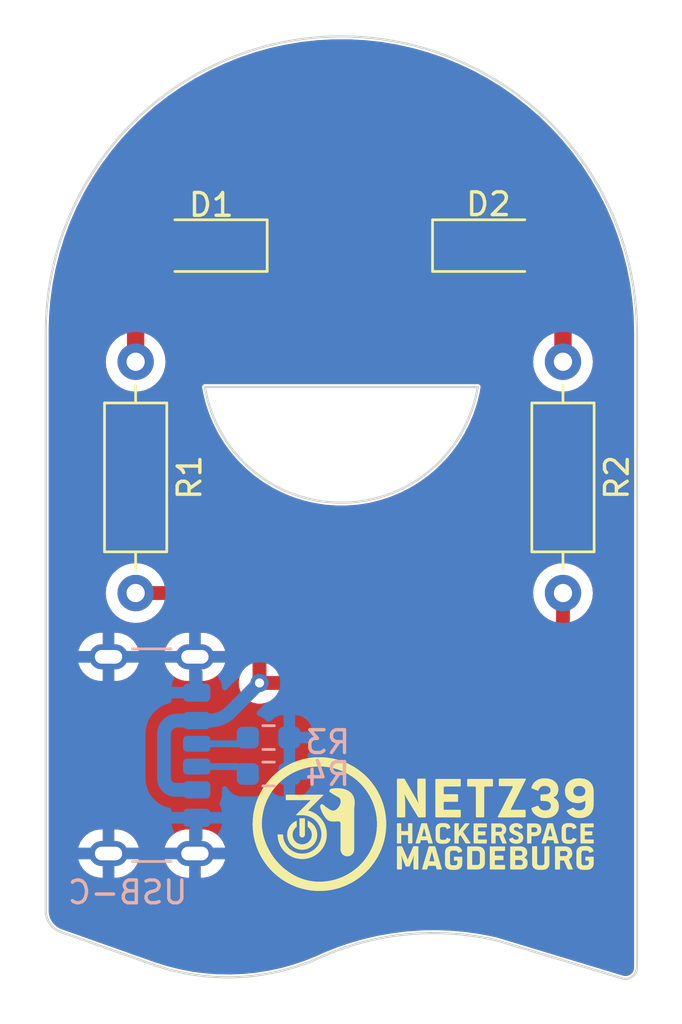
<source format=kicad_pcb>
(kicad_pcb (version 20240108) (generator "pcbnew") (generator_version "8.0")
  (layers (0 "F.Cu" signal) (31 "B.Cu" signal) (34 "B.Paste" user) (35 "F.Paste" user) (36 "B.SilkS" user "B.Silkscreen") (37 "F.SilkS" user "F.Silkscreen") (38 "B.Mask" user) (39 "F.Mask" user) (44 "Edge.Cuts" user))
  (net 0 "")
  (net 1 "Net-(D1-A)")
  (net 2 "Net-(D2-A)")
  (net 3 "GND")
  (net 4 "+5V")
  (net 5 "Net-(J1-CC1)")
  (net 6 "Net-(J1-CC2)")
  (footprint "LED_SMD:LED_1206_3216Metric_Pad1.42x1.75mm_HandSolder" (layer "F.Cu") (at 127.278 97.79 180)
    (property "Reference" "D1" (at 0 1.79 180) (layer "F.SilkS"))
    (property "Value" "LED")
    (pad "1" smd roundrect (at -1.4875 0 180) (size 1.425 1.75) (layers "F.Cu" "F.Paste" "F.Mask") (roundrect_rratio 0.175439) (net 3 "GND"))
    (pad "2" smd roundrect (at 1.4875 0 180) (size 1.425 1.75) (layers "F.Cu" "F.Paste" "F.Mask") (roundrect_rratio 0.175439) (net 1 "Net-(D1-A)"))
  )
  (footprint "LED_SMD:LED_1206_3216Metric_Pad1.42x1.75mm_HandSolder" (layer "F.Cu") (at 139.47 97.79)
    (property "Reference" "D2" (at 0 -1.82 0) (layer "F.SilkS"))
    (property "Value" "LED")
    (pad "1" smd roundrect (at -1.4875 0) (size 1.425 1.75) (layers "F.Cu" "F.Paste" "F.Mask") (roundrect_rratio 0.175439) (net 3 "GND"))
    (pad "2" smd roundrect (at 1.4875 0) (size 1.425 1.75) (layers "F.Cu" "F.Paste" "F.Mask") (roundrect_rratio 0.175439) (net 2 "Net-(D2-A)"))
  )
  (footprint "Resistor_THT:R_Axial_DIN0207_L6.3mm_D2.5mm_P10.16mm_Horizontal" (layer "F.Cu") (at 142.748 102.891001 -90)
    (property "Reference" "R2" (at 5.08 -2.37 -90) (layer "F.SilkS"))
    (property "Value" "R")
    (pad "1" thru_hole circle (at 0 0 270) (size 1.6 1.6) (drill 0.8) (layers "*.Cu" "*.Mask") (net 2 "Net-(D2-A)"))
    (pad "2" thru_hole oval (at 10.16 0 270) (size 1.6 1.6) (drill 0.8) (layers "*.Cu" "*.Mask") (net 4 "+5V"))
  )
  (footprint "kicad_parts_ghost:ghost_silk_n39" (layer "F.Cu") (at 136.6 123.2)
    (property "Reference" "svg2mod" (hide yes))
    (property "Value" "G***" (hide yes))
  )
  (footprint "Resistor_THT:R_Axial_DIN0207_L6.3mm_D2.5mm_P10.16mm_Horizontal" (layer "F.Cu") (at 123.952 102.891001 -90)
    (property "Reference" "R1" (at 5.08 -2.37 -90) (layer "F.SilkS"))
    (property "Value" "R")
    (pad "1" thru_hole circle (at 0 0 270) (size 1.6 1.6) (drill 0.8) (layers "*.Cu" "*.Mask") (net 1 "Net-(D1-A)"))
    (pad "2" thru_hole oval (at 10.16 0 270) (size 1.6 1.6) (drill 0.8) (layers "*.Cu" "*.Mask") (net 4 "+5V"))
  )
  (footprint "Connector_USB:USB_C_Receptacle_GCT_USB4125-xx-x_6P_TopMnt_Horizontal" (layer "B.Cu") (at 123.559 120.173 90)
    (property "Reference" "J1" (hide yes))
    (property "Value" "USB4125-GF-A")
    (property "Field5" "USB-C" (at -6.027 0.041 0) (layer "B.SilkS") (effects (justify mirror)))
    (pad "A5" smd roundrect (at -0.5 3.08 90) (size 0.7 1.2) (layers "B.Cu" "B.Paste" "B.Mask") (net 5 "Net-(J1-CC1)"))
    (pad "A9" smd roundrect (at 1.52 3.08 270) (size 0.76 1.2) (layers "B.Cu" "B.Paste" "B.Mask") (net 4 "+5V"))
    (pad "A12" smd roundrect (at 2.75 3.08 270) (size 0.8 1.2) (layers "B.Cu" "B.Paste" "B.Mask") (net 3 "GND"))
    (pad "B5" smd roundrect (at 0.5 3.08 270) (size 0.7 1.2) (layers "B.Cu" "B.Paste" "B.Mask") (net 6 "Net-(J1-CC2)"))
    (pad "B9" smd roundrect (at -1.52 3.08 90) (size 0.76 1.2) (layers "B.Cu" "B.Paste" "B.Mask") (net 4 "+5V"))
    (pad "B12" smd roundrect (at -2.75 3.08 90) (size 0.8 1.2) (layers "B.Cu" "B.Paste" "B.Mask") (net 3 "GND"))
    (pad "S1" thru_hole oval (at -4.32 -0.8 90) (size 1.1 1.7) (drill oval 0.6 1.2) (property pad_prop_heatsink) (layers "*.Cu" "*.Mask" "B.Paste") (net 3 "GND"))
    (pad "S1" thru_hole oval (at -4.32 3 90) (size 1.1 1.7) (drill oval 0.6 1.2) (property pad_prop_heatsink) (layers "*.Cu" "*.Mask" "B.Paste") (net 3 "GND"))
    (pad "S1" thru_hole oval (at 4.32 -0.8 90) (size 1.1 1.7) (drill oval 0.6 1.2) (property pad_prop_heatsink) (layers "*.Cu" "*.Mask" "B.Paste") (net 3 "GND"))
    (pad "S1" thru_hole oval (at 4.32 3 90) (size 1.1 1.7) (drill oval 0.6 1.2) (property pad_prop_heatsink) (layers "*.Cu" "*.Mask" "B.Paste") (net 3 "GND"))
  )
  (footprint "Resistor_SMD:R_0603_1608Metric_Pad0.98x0.95mm_HandSolder" (layer "B.Cu") (at 129.8 121 180)
    (property "Reference" "R4" (at -2.6 0 0) (layer "B.SilkS") (effects (justify mirror)))
    (property "Value" "5k1")
    (pad "1" smd roundrect (at -0.9125 0 180) (size 0.975 0.95) (layers "B.Cu" "B.Paste" "B.Mask") (net 3 "GND"))
    (pad "2" smd roundrect (at 0.9125 0 180) (size 0.975 0.95) (layers "B.Cu" "B.Paste" "B.Mask") (net 5 "Net-(J1-CC1)"))
  )
  (footprint "Resistor_SMD:R_0603_1608Metric_Pad0.98x0.95mm_HandSolder" (layer "B.Cu") (at 129.8 119.4 180)
    (property "Reference" "R3" (at -2.6 -0.2 0) (layer "B.SilkS") (effects (justify mirror)))
    (property "Value" "5k1")
    (pad "1" smd roundrect (at -0.9125 0 180) (size 0.975 0.95) (layers "B.Cu" "B.Paste" "B.Mask") (net 3 "GND"))
    (pad "2" smd roundrect (at 0.9125 0 180) (size 0.975 0.95) (layers "B.Cu" "B.Paste" "B.Mask") (net 6 "Net-(J1-CC2)"))
  )
  (gr_line (start 146 101.6) (end 146 129.5) (stroke (width 0.1)) (layer "Edge.Cuts"))
  (gr_arc (start 139 104) (mid 133.000001 109.082763) (end 127.000001 104.000001) (stroke (width 0.1)) (layer "Edge.Cuts"))
  (gr_arc (start 120.593862 127.913812) (mid 120.161508 127.544914) (end 120 127) (stroke (width 0.1)) (layer "Edge.Cuts"))
  (gr_line (start 120 127) (end 120 101.6) (stroke (width 0.1)) (layer "Edge.Cuts"))
  (gr_arc (start 132.005642 129.085969) (mid 135.864363 128.044462) (end 139.852083 128.313816) (stroke (width 0.1)) (layer "Edge.Cuts"))
  (gr_line (start 120.593862 127.913812) (end 124.8 129.4) (stroke (width 0.1)) (layer "Edge.Cuts"))
  (gr_arc (start 146 129.5) (mid 145.816994 129.886671) (end 145.401942 129.99029) (stroke (width 0.1)) (layer "Edge.Cuts"))
  (gr_arc (start 120 101.6) (mid 133 88.6) (end 146 101.6) (stroke (width 0.1)) (layer "Edge.Cuts"))
  (gr_line (start 127 104) (end 139 104) (stroke (width 0.1)) (layer "Edge.Cuts"))
  (gr_arc (start 132.005642 129.085969) (mid 128.432341 129.920337) (end 124.8 129.4) (stroke (width 0.1)) (layer "Edge.Cuts"))
  (gr_line (start 139.852083 128.313816) (end 145.401942 129.99029) (stroke (width 0.1)) (layer "Edge.Cuts"))
  (segment (start 123.952 98.913276) (end 123.952 102.891001) (width 0.762) (layer "F.Cu") (net 1))
  (segment (start 125.075276 97.79) (end 125.7905 97.79) (width 0.762) (layer "F.Cu") (net 1))
  (arc (start 123.952 98.913276) (mid 124.037504 98.483416) (end 124.281 98.119) (width 0.762) (layer "F.Cu") (net 1))
  (arc (start 125.075276 97.79) (mid 124.645416 97.875504) (end 124.281 98.119) (width 0.762) (layer "F.Cu") (net 1))
  (segment (start 142.748 98.742565) (end 142.748 102.891001) (width 0.762) (layer "F.Cu") (net 2))
  (segment (start 141.795434 97.79) (end 140.9575 97.79) (width 0.762) (layer "F.Cu") (net 2))
  (arc (start 142.469 98.069) (mid 142.67549 98.378034) (end 142.748 98.742565) (width 0.762) (layer "F.Cu") (net 2))
  (arc (start 142.469 98.069) (mid 142.159965 97.862509) (end 141.795434 97.79) (width 0.762) (layer "F.Cu") (net 2))
  (segment (start 141.969829 116.03017) (end 141.874 116.126) (width 0.6096) (layer "F.Cu") (net 4))
  (segment (start 139.763977 117) (end 129.4 117) (width 0.6096) (layer "F.Cu") (net 4))
  (segment (start 129.4 117) (end 129.4 115.353886) (width 0.6096) (layer "F.Cu") (net 4))
  (segment (start 142.748 114.1515) (end 142.748 113.051001) (width 0.6096) (layer "F.Cu") (net 4))
  (segment (start 127.097114 113.051001) (end 123.952 113.051001) (width 0.6096) (layer "F.Cu") (net 4))
  (via (at 129.4 117) (size 0.8) (drill 0.4) (layers "F.Cu" "B.Cu") (net 4))
  (arc (start 127.097114 113.051001) (mid 127.97839 113.226297) (end 128.7255 113.7255) (width 0.6096) (layer "F.Cu") (net 4))
  (arc (start 142.748 114.1515) (mid 142.545759 115.168229) (end 141.969829 116.03017) (width 0.6096) (layer "F.Cu") (net 4))
  (arc (start 128.7255 113.7255) (mid 129.224703 114.47261) (end 129.4 115.353886) (width 0.6096) (layer "F.Cu") (net 4))
  (arc (start 141.874 116.126) (mid 140.905913 116.772854) (end 139.763977 117) (width 0.6096) (layer "F.Cu") (net 4))
  (segment (start 127.193 118.653) (end 127.0545 118.653) (width 0.6096) (layer "B.Cu") (net 4))
  (segment (start 125.700182 121.693) (end 126.639 121.693) (width 0.6096) (layer "B.Cu") (net 4))
  (segment (start 129.398873 117) (end 129.4 117) (width 0.6096) (layer "B.Cu") (net 4))
  (segment (start 127.0545 118.653) (end 126.7775 118.653) (width 0.6096) (layer "B.Cu") (net 4))
  (segment (start 128.063268 118.334478) (end 129.396949 117.000796) (width 0.6096) (layer "B.Cu") (net 4))
  (segment (start 125.2 121.192817) (end 125.2 119.245366) (width 0.6096) (layer "B.Cu") (net 4))
  (segment (start 126.085 118.653) (end 125.792366 118.653) (width 0.6096) (layer "B.Cu") (net 4))
  (segment (start 126.639 118.653) (end 126.085 118.653) (width 0.6096) (layer "B.Cu") (net 4))
  (segment (start 126.639 118.653) (end 126.7775 118.653) (width 0.6096) (layer "B.Cu") (net 4))
  (arc (start 125.3465 121.5465) (mid 125.50877 121.654925) (end 125.700182 121.693) (width 0.6096) (layer "B.Cu") (net 4))
  (arc (start 125.792366 118.653) (mid 125.565677 118.698091) (end 125.3735 118.8265) (width 0.6096) (layer "B.Cu") (net 4))
  (arc (start 125.3735 118.8265) (mid 125.245091 119.018677) (end 125.2 119.245366) (width 0.6096) (layer "B.Cu") (net 4))
  (arc (start 125.2 121.192817) (mid 125.238074 121.384229) (end 125.3465 121.5465) (width 0.6096) (layer "B.Cu") (net 4))
  (arc (start 129.398873 117) (mid 129.397831 117.000206) (end 129.396949 117.000796) (width 0.6096) (layer "B.Cu") (net 4))
  (arc (start 127.193 118.653) (mid 127.655924 118.570334) (end 128.063268 118.334478) (width 0.6096) (layer "B.Cu") (net 4))
  (segment (start 128.724 120.8365) (end 128.8875 121) (width 0.3048) (layer "B.Cu") (net 5))
  (segment (start 128.329276 120.673) (end 126.639 120.673) (width 0.3048) (layer "B.Cu") (net 5))
  (arc (start 128.724 120.8365) (mid 128.542899 120.715492) (end 128.329276 120.673) (width 0.3048) (layer "B.Cu") (net 5))
  (segment (start 128.751 119.5365) (end 128.8875 119.4) (width 0.3048) (layer "B.Cu") (net 6))
  (segment (start 128.421459 119.673) (end 126.639 119.673) (width 0.3048) (layer "B.Cu") (net 6))
  (arc (start 128.421459 119.673) (mid 128.599805 119.637524) (end 128.751 119.5365) (width 0.3048) (layer "B.Cu") (net 6))
  (zone (net 3) (net_name "GND") (layers "F&B.Cu") (connect_pads (clearance 0.508)) (min_thickness 0.254) (fill yes (thermal_gap 0.508) (thermal_bridge_width 0.508))
    (polygon (pts (xy 118 87) (xy 148 87) (xy 148 132) (xy 118 132)))
  )
)
</source>
